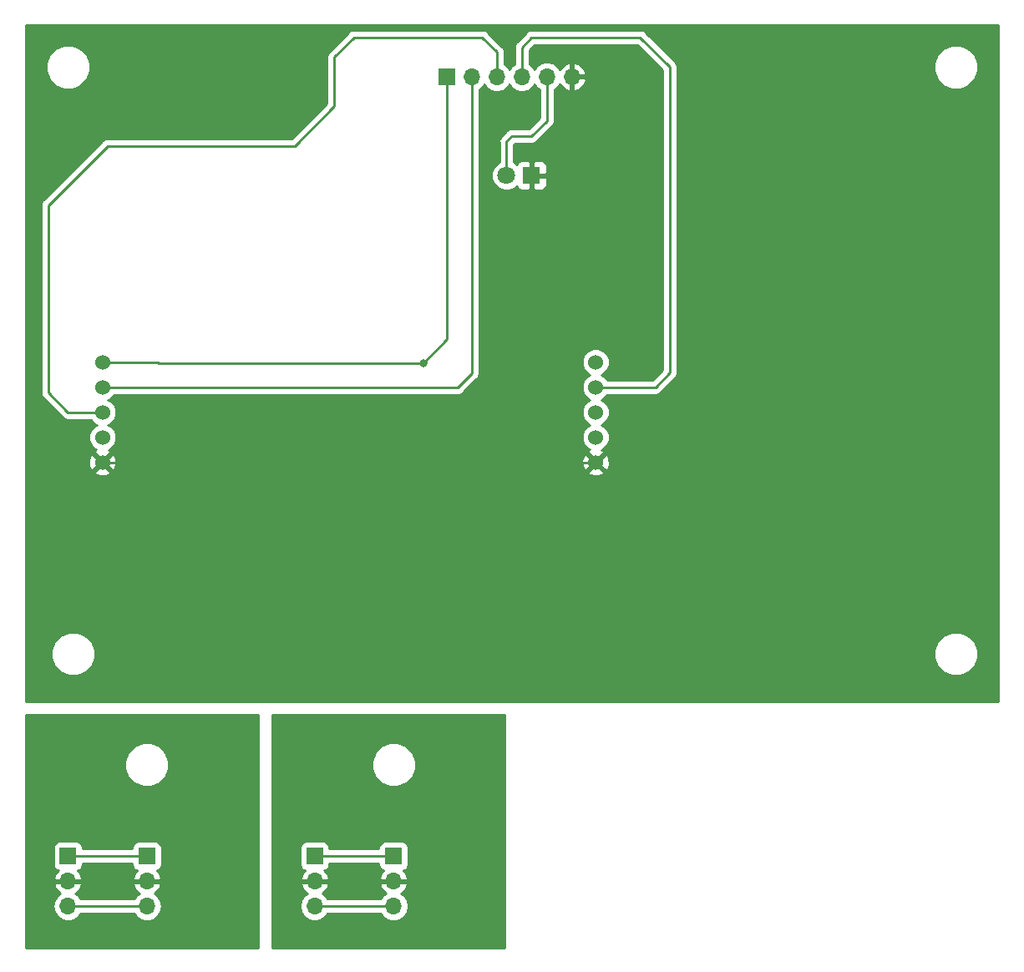
<source format=gbl>
G04 #@! TF.GenerationSoftware,KiCad,Pcbnew,(5.0.2)-1*
G04 #@! TF.CreationDate,2021-07-10T13:52:13-04:00*
G04 #@! TF.ProjectId,breakout,62726561-6b6f-4757-942e-6b696361645f,rev?*
G04 #@! TF.SameCoordinates,Original*
G04 #@! TF.FileFunction,Copper,L2,Bot*
G04 #@! TF.FilePolarity,Positive*
%FSLAX46Y46*%
G04 Gerber Fmt 4.6, Leading zero omitted, Abs format (unit mm)*
G04 Created by KiCad (PCBNEW (5.0.2)-1) date 10-Jul-21 1:52:13 PM*
%MOMM*%
%LPD*%
G01*
G04 APERTURE LIST*
G04 #@! TA.AperFunction,ComponentPad*
%ADD10O,1.700000X1.700000*%
G04 #@! TD*
G04 #@! TA.AperFunction,ComponentPad*
%ADD11R,1.700000X1.700000*%
G04 #@! TD*
G04 #@! TA.AperFunction,ComponentPad*
%ADD12R,1.800000X1.800000*%
G04 #@! TD*
G04 #@! TA.AperFunction,ComponentPad*
%ADD13C,1.800000*%
G04 #@! TD*
G04 #@! TA.AperFunction,ComponentPad*
%ADD14C,1.524000*%
G04 #@! TD*
G04 #@! TA.AperFunction,ViaPad*
%ADD15C,0.800000*%
G04 #@! TD*
G04 #@! TA.AperFunction,Conductor*
%ADD16C,0.250000*%
G04 #@! TD*
G04 #@! TA.AperFunction,Conductor*
%ADD17C,0.254000*%
G04 #@! TD*
G04 #@! TA.AperFunction,NonConductor*
%ADD18C,0.254000*%
G04 #@! TD*
G04 APERTURE END LIST*
D10*
G04 #@! TO.P,J2,3*
G04 #@! TO.N,N/C*
X125000000Y-125080000D03*
G04 #@! TO.P,J2,2*
X125000000Y-122540000D03*
D11*
G04 #@! TO.P,J2,1*
X125000000Y-120000000D03*
G04 #@! TD*
D10*
G04 #@! TO.P,J4,3*
G04 #@! TO.N,N/C*
X133000000Y-125080000D03*
G04 #@! TO.P,J4,2*
X133000000Y-122540000D03*
D11*
G04 #@! TO.P,J4,1*
X133000000Y-120000000D03*
G04 #@! TD*
G04 #@! TO.P,J4,1*
G04 #@! TO.N,Net-(J2-Pad1)*
X108000000Y-120000000D03*
D10*
G04 #@! TO.P,J4,2*
G04 #@! TO.N,Net-(J2-Pad2)*
X108000000Y-122540000D03*
G04 #@! TO.P,J4,3*
G04 #@! TO.N,Net-(J2-Pad3)*
X108000000Y-125080000D03*
G04 #@! TD*
D11*
G04 #@! TO.P,J2,1*
G04 #@! TO.N,Net-(J2-Pad1)*
X100000000Y-120000000D03*
D10*
G04 #@! TO.P,J2,2*
G04 #@! TO.N,Net-(J2-Pad2)*
X100000000Y-122540000D03*
G04 #@! TO.P,J2,3*
G04 #@! TO.N,Net-(J2-Pad3)*
X100000000Y-125080000D03*
G04 #@! TD*
D11*
G04 #@! TO.P,J1,1*
G04 #@! TO.N,Net-(J1-Pad1)*
X138380000Y-41000000D03*
D10*
G04 #@! TO.P,J1,2*
G04 #@! TO.N,Net-(J1-Pad2)*
X140920000Y-41000000D03*
G04 #@! TO.P,J1,3*
G04 #@! TO.N,Net-(J1-Pad3)*
X143460000Y-41000000D03*
G04 #@! TO.P,J1,4*
G04 #@! TO.N,Net-(J1-Pad4)*
X146000000Y-41000000D03*
G04 #@! TO.P,J1,5*
G04 #@! TO.N,Net-(D1-Pad2)*
X148540000Y-41000000D03*
G04 #@! TO.P,J1,6*
G04 #@! TO.N,Net-(D1-Pad1)*
X151080000Y-41000000D03*
G04 #@! TD*
D12*
G04 #@! TO.P,D1,1*
G04 #@! TO.N,Net-(D1-Pad1)*
X147000000Y-51000000D03*
D13*
G04 #@! TO.P,D1,2*
G04 #@! TO.N,Net-(D1-Pad2)*
X144460000Y-51000000D03*
G04 #@! TD*
D14*
G04 #@! TO.P,U2,1*
G04 #@! TO.N,Net-(J1-Pad1)*
X153490000Y-69920000D03*
G04 #@! TO.P,U2,2*
G04 #@! TO.N,Net-(J1-Pad4)*
X153490000Y-72460000D03*
G04 #@! TO.P,U2,3*
G04 #@! TO.N,Net-(U2-Pad3)*
X153490000Y-75000000D03*
G04 #@! TO.P,U2,4*
G04 #@! TO.N,Net-(U2-Pad4)*
X153490000Y-77540000D03*
G04 #@! TO.P,U2,5*
G04 #@! TO.N,Net-(D1-Pad1)*
X153490000Y-80080000D03*
G04 #@! TD*
G04 #@! TO.P,U1,5*
G04 #@! TO.N,Net-(D1-Pad1)*
X103490000Y-80080000D03*
G04 #@! TO.P,U1,4*
G04 #@! TO.N,Net-(U1-Pad4)*
X103490000Y-77540000D03*
G04 #@! TO.P,U1,3*
G04 #@! TO.N,Net-(J1-Pad3)*
X103490000Y-75000000D03*
G04 #@! TO.P,U1,2*
G04 #@! TO.N,Net-(J1-Pad2)*
X103490000Y-72460000D03*
G04 #@! TO.P,U1,1*
G04 #@! TO.N,Net-(J1-Pad1)*
X103490000Y-69920000D03*
G04 #@! TD*
D15*
G04 #@! TO.N,Net-(D1-Pad1)*
X158000000Y-51000000D03*
G04 #@! TO.N,Net-(J1-Pad1)*
X136000000Y-70000000D03*
G04 #@! TD*
D16*
G04 #@! TO.N,*
X125000000Y-120000000D02*
X133000000Y-120000000D01*
X125000000Y-122540000D02*
X133000000Y-122540000D01*
X125000000Y-125080000D02*
X133000000Y-125080000D01*
G04 #@! TO.N,Net-(D1-Pad1)*
X151080000Y-41000000D02*
X151080000Y-48920000D01*
X149000000Y-51000000D02*
X147000000Y-51000000D01*
X151080000Y-48920000D02*
X149000000Y-51000000D01*
X103490000Y-80080000D02*
X153490000Y-80080000D01*
X149000000Y-51000000D02*
X158000000Y-51000000D01*
G04 #@! TO.N,Net-(J1-Pad3)*
X103490000Y-75000000D02*
X100000000Y-75000000D01*
X100000000Y-75000000D02*
X98000000Y-73000000D01*
X143460000Y-38460000D02*
X143460000Y-41000000D01*
X142000000Y-37000000D02*
X143460000Y-38460000D01*
X98000000Y-73000000D02*
X98000000Y-54000000D01*
X98000000Y-54000000D02*
X104000000Y-48000000D01*
X104000000Y-48000000D02*
X123000000Y-48000000D01*
X123000000Y-48000000D02*
X127000000Y-44000000D01*
X127000000Y-44000000D02*
X127000000Y-39000000D01*
X129000000Y-37000000D02*
X142000000Y-37000000D01*
X127000000Y-39000000D02*
X129000000Y-37000000D01*
G04 #@! TO.N,Net-(J1-Pad2)*
X103490000Y-72460000D02*
X139540000Y-72460000D01*
X140920000Y-71080000D02*
X140920000Y-41000000D01*
X139540000Y-72460000D02*
X140920000Y-71080000D01*
G04 #@! TO.N,Net-(J1-Pad1)*
X103490000Y-69920000D02*
X109080000Y-69920000D01*
X109080000Y-69920000D02*
X109160000Y-70000000D01*
X109160000Y-70000000D02*
X136000000Y-70000000D01*
X138380000Y-67620000D02*
X138380000Y-41000000D01*
X136000000Y-70000000D02*
X138380000Y-67620000D01*
G04 #@! TO.N,Net-(J1-Pad4)*
X146000000Y-38000000D02*
X147000000Y-37000000D01*
X159540000Y-72460000D02*
X153490000Y-72460000D01*
X147000000Y-37000000D02*
X158000000Y-37000000D01*
X146000000Y-41000000D02*
X146000000Y-38000000D01*
X158000000Y-37000000D02*
X161000000Y-40000000D01*
X161000000Y-40000000D02*
X161000000Y-71000000D01*
X161000000Y-71000000D02*
X159540000Y-72460000D01*
G04 #@! TO.N,Net-(D1-Pad2)*
X144460000Y-51000000D02*
X144460000Y-47540000D01*
X144460000Y-47540000D02*
X145000000Y-47000000D01*
X145000000Y-47000000D02*
X147000000Y-47000000D01*
X148540000Y-45460000D02*
X148540000Y-41000000D01*
X147000000Y-47000000D02*
X148540000Y-45460000D01*
G04 #@! TO.N,Net-(J2-Pad1)*
X100000000Y-120000000D02*
X108000000Y-120000000D01*
G04 #@! TO.N,Net-(J2-Pad2)*
X100000000Y-122540000D02*
X108000000Y-122540000D01*
G04 #@! TO.N,Net-(J2-Pad3)*
X100000000Y-125080000D02*
X108000000Y-125080000D01*
G04 #@! TD*
D17*
G04 #@! TO.N,Net-(D1-Pad1)*
G36*
X194290000Y-104290000D02*
X95710000Y-104290000D01*
X95710000Y-99055431D01*
X98265000Y-99055431D01*
X98265000Y-99944569D01*
X98605259Y-100766026D01*
X99233974Y-101394741D01*
X100055431Y-101735000D01*
X100944569Y-101735000D01*
X101766026Y-101394741D01*
X102394741Y-100766026D01*
X102735000Y-99944569D01*
X102735000Y-99055431D01*
X187765000Y-99055431D01*
X187765000Y-99944569D01*
X188105259Y-100766026D01*
X188733974Y-101394741D01*
X189555431Y-101735000D01*
X190444569Y-101735000D01*
X191266026Y-101394741D01*
X191894741Y-100766026D01*
X192235000Y-99944569D01*
X192235000Y-99055431D01*
X191894741Y-98233974D01*
X191266026Y-97605259D01*
X190444569Y-97265000D01*
X189555431Y-97265000D01*
X188733974Y-97605259D01*
X188105259Y-98233974D01*
X187765000Y-99055431D01*
X102735000Y-99055431D01*
X102394741Y-98233974D01*
X101766026Y-97605259D01*
X100944569Y-97265000D01*
X100055431Y-97265000D01*
X99233974Y-97605259D01*
X98605259Y-98233974D01*
X98265000Y-99055431D01*
X95710000Y-99055431D01*
X95710000Y-81060213D01*
X102689392Y-81060213D01*
X102758857Y-81302397D01*
X103282302Y-81489144D01*
X103837368Y-81461362D01*
X104221143Y-81302397D01*
X104290608Y-81060213D01*
X152689392Y-81060213D01*
X152758857Y-81302397D01*
X153282302Y-81489144D01*
X153837368Y-81461362D01*
X154221143Y-81302397D01*
X154290608Y-81060213D01*
X153490000Y-80259605D01*
X152689392Y-81060213D01*
X104290608Y-81060213D01*
X103490000Y-80259605D01*
X102689392Y-81060213D01*
X95710000Y-81060213D01*
X95710000Y-79872302D01*
X102080856Y-79872302D01*
X102108638Y-80427368D01*
X102267603Y-80811143D01*
X102509787Y-80880608D01*
X103310395Y-80080000D01*
X103669605Y-80080000D01*
X104470213Y-80880608D01*
X104712397Y-80811143D01*
X104899144Y-80287698D01*
X104878353Y-79872302D01*
X152080856Y-79872302D01*
X152108638Y-80427368D01*
X152267603Y-80811143D01*
X152509787Y-80880608D01*
X153310395Y-80080000D01*
X153669605Y-80080000D01*
X154470213Y-80880608D01*
X154712397Y-80811143D01*
X154899144Y-80287698D01*
X154871362Y-79732632D01*
X154712397Y-79348857D01*
X154470213Y-79279392D01*
X153669605Y-80080000D01*
X153310395Y-80080000D01*
X152509787Y-79279392D01*
X152267603Y-79348857D01*
X152080856Y-79872302D01*
X104878353Y-79872302D01*
X104871362Y-79732632D01*
X104712397Y-79348857D01*
X104470213Y-79279392D01*
X103669605Y-80080000D01*
X103310395Y-80080000D01*
X102509787Y-79279392D01*
X102267603Y-79348857D01*
X102080856Y-79872302D01*
X95710000Y-79872302D01*
X95710000Y-54000000D01*
X97225112Y-54000000D01*
X97240001Y-54074852D01*
X97240000Y-72925153D01*
X97225112Y-73000000D01*
X97240000Y-73074847D01*
X97240000Y-73074851D01*
X97284096Y-73296536D01*
X97452071Y-73547929D01*
X97515530Y-73590331D01*
X99409671Y-75484473D01*
X99452071Y-75547929D01*
X99703463Y-75715904D01*
X99925148Y-75760000D01*
X99925152Y-75760000D01*
X99999999Y-75774888D01*
X100074846Y-75760000D01*
X102292700Y-75760000D01*
X102305680Y-75791337D01*
X102698663Y-76184320D01*
X102905513Y-76270000D01*
X102698663Y-76355680D01*
X102305680Y-76748663D01*
X102093000Y-77262119D01*
X102093000Y-77817881D01*
X102305680Y-78331337D01*
X102698663Y-78724320D01*
X102889647Y-78803428D01*
X102758857Y-78857603D01*
X102689392Y-79099787D01*
X103490000Y-79900395D01*
X104290608Y-79099787D01*
X104221143Y-78857603D01*
X104080607Y-78807465D01*
X104281337Y-78724320D01*
X104674320Y-78331337D01*
X104887000Y-77817881D01*
X104887000Y-77262119D01*
X104674320Y-76748663D01*
X104281337Y-76355680D01*
X104074487Y-76270000D01*
X104281337Y-76184320D01*
X104674320Y-75791337D01*
X104887000Y-75277881D01*
X104887000Y-74722119D01*
X104674320Y-74208663D01*
X104281337Y-73815680D01*
X104074487Y-73730000D01*
X104281337Y-73644320D01*
X104674320Y-73251337D01*
X104687300Y-73220000D01*
X139465153Y-73220000D01*
X139540000Y-73234888D01*
X139614847Y-73220000D01*
X139614852Y-73220000D01*
X139836537Y-73175904D01*
X140087929Y-73007929D01*
X140130331Y-72944470D01*
X141404473Y-71670329D01*
X141467929Y-71627929D01*
X141521383Y-71547929D01*
X141635904Y-71376538D01*
X141655966Y-71275680D01*
X141680000Y-71154852D01*
X141680000Y-71154848D01*
X141694888Y-71080000D01*
X141680000Y-71005152D01*
X141680000Y-42278178D01*
X141990625Y-42070625D01*
X142190000Y-41772239D01*
X142389375Y-42070625D01*
X142880582Y-42398839D01*
X143313744Y-42485000D01*
X143606256Y-42485000D01*
X144039418Y-42398839D01*
X144530625Y-42070625D01*
X144730000Y-41772239D01*
X144929375Y-42070625D01*
X145420582Y-42398839D01*
X145853744Y-42485000D01*
X146146256Y-42485000D01*
X146579418Y-42398839D01*
X147070625Y-42070625D01*
X147270000Y-41772239D01*
X147469375Y-42070625D01*
X147780001Y-42278178D01*
X147780000Y-45145198D01*
X146685199Y-46240000D01*
X145074846Y-46240000D01*
X144999999Y-46225112D01*
X144925152Y-46240000D01*
X144925148Y-46240000D01*
X144703463Y-46284096D01*
X144703461Y-46284097D01*
X144703462Y-46284097D01*
X144515526Y-46409671D01*
X144515524Y-46409673D01*
X144452071Y-46452071D01*
X144409672Y-46515525D01*
X143975527Y-46949672D01*
X143912072Y-46992071D01*
X143869672Y-47055527D01*
X143869671Y-47055528D01*
X143744097Y-47243463D01*
X143685112Y-47540000D01*
X143700001Y-47614852D01*
X143700000Y-49653331D01*
X143590493Y-49698690D01*
X143158690Y-50130493D01*
X142925000Y-50694670D01*
X142925000Y-51305330D01*
X143158690Y-51869507D01*
X143590493Y-52301310D01*
X144154670Y-52535000D01*
X144765330Y-52535000D01*
X145329507Y-52301310D01*
X145505861Y-52124956D01*
X145561673Y-52259699D01*
X145740302Y-52438327D01*
X145973691Y-52535000D01*
X146714250Y-52535000D01*
X146873000Y-52376250D01*
X146873000Y-51127000D01*
X147127000Y-51127000D01*
X147127000Y-52376250D01*
X147285750Y-52535000D01*
X148026309Y-52535000D01*
X148259698Y-52438327D01*
X148438327Y-52259699D01*
X148535000Y-52026310D01*
X148535000Y-51285750D01*
X148376250Y-51127000D01*
X147127000Y-51127000D01*
X146873000Y-51127000D01*
X146853000Y-51127000D01*
X146853000Y-50873000D01*
X146873000Y-50873000D01*
X146873000Y-49623750D01*
X147127000Y-49623750D01*
X147127000Y-50873000D01*
X148376250Y-50873000D01*
X148535000Y-50714250D01*
X148535000Y-49973690D01*
X148438327Y-49740301D01*
X148259698Y-49561673D01*
X148026309Y-49465000D01*
X147285750Y-49465000D01*
X147127000Y-49623750D01*
X146873000Y-49623750D01*
X146714250Y-49465000D01*
X145973691Y-49465000D01*
X145740302Y-49561673D01*
X145561673Y-49740301D01*
X145505861Y-49875044D01*
X145329507Y-49698690D01*
X145220000Y-49653331D01*
X145220000Y-47854802D01*
X145314802Y-47760000D01*
X146925153Y-47760000D01*
X147000000Y-47774888D01*
X147074847Y-47760000D01*
X147074852Y-47760000D01*
X147296537Y-47715904D01*
X147547929Y-47547929D01*
X147590331Y-47484470D01*
X149024473Y-46050329D01*
X149087929Y-46007929D01*
X149255904Y-45756537D01*
X149300000Y-45534852D01*
X149300000Y-45534847D01*
X149314888Y-45460000D01*
X149300000Y-45385153D01*
X149300000Y-42278178D01*
X149610625Y-42070625D01*
X149823843Y-41751522D01*
X149884817Y-41881358D01*
X150313076Y-42271645D01*
X150723110Y-42441476D01*
X150953000Y-42320155D01*
X150953000Y-41127000D01*
X151207000Y-41127000D01*
X151207000Y-42320155D01*
X151436890Y-42441476D01*
X151846924Y-42271645D01*
X152275183Y-41881358D01*
X152521486Y-41356892D01*
X152400819Y-41127000D01*
X151207000Y-41127000D01*
X150953000Y-41127000D01*
X150933000Y-41127000D01*
X150933000Y-40873000D01*
X150953000Y-40873000D01*
X150953000Y-39679845D01*
X151207000Y-39679845D01*
X151207000Y-40873000D01*
X152400819Y-40873000D01*
X152521486Y-40643108D01*
X152275183Y-40118642D01*
X151846924Y-39728355D01*
X151436890Y-39558524D01*
X151207000Y-39679845D01*
X150953000Y-39679845D01*
X150723110Y-39558524D01*
X150313076Y-39728355D01*
X149884817Y-40118642D01*
X149823843Y-40248478D01*
X149610625Y-39929375D01*
X149119418Y-39601161D01*
X148686256Y-39515000D01*
X148393744Y-39515000D01*
X147960582Y-39601161D01*
X147469375Y-39929375D01*
X147270000Y-40227761D01*
X147070625Y-39929375D01*
X146760000Y-39721822D01*
X146760000Y-38314801D01*
X147314802Y-37760000D01*
X157685199Y-37760000D01*
X160240000Y-40314802D01*
X160240001Y-70685197D01*
X159225199Y-71700000D01*
X154687300Y-71700000D01*
X154674320Y-71668663D01*
X154281337Y-71275680D01*
X154074487Y-71190000D01*
X154281337Y-71104320D01*
X154674320Y-70711337D01*
X154887000Y-70197881D01*
X154887000Y-69642119D01*
X154674320Y-69128663D01*
X154281337Y-68735680D01*
X153767881Y-68523000D01*
X153212119Y-68523000D01*
X152698663Y-68735680D01*
X152305680Y-69128663D01*
X152093000Y-69642119D01*
X152093000Y-70197881D01*
X152305680Y-70711337D01*
X152698663Y-71104320D01*
X152905513Y-71190000D01*
X152698663Y-71275680D01*
X152305680Y-71668663D01*
X152093000Y-72182119D01*
X152093000Y-72737881D01*
X152305680Y-73251337D01*
X152698663Y-73644320D01*
X152905513Y-73730000D01*
X152698663Y-73815680D01*
X152305680Y-74208663D01*
X152093000Y-74722119D01*
X152093000Y-75277881D01*
X152305680Y-75791337D01*
X152698663Y-76184320D01*
X152905513Y-76270000D01*
X152698663Y-76355680D01*
X152305680Y-76748663D01*
X152093000Y-77262119D01*
X152093000Y-77817881D01*
X152305680Y-78331337D01*
X152698663Y-78724320D01*
X152889647Y-78803428D01*
X152758857Y-78857603D01*
X152689392Y-79099787D01*
X153490000Y-79900395D01*
X154290608Y-79099787D01*
X154221143Y-78857603D01*
X154080607Y-78807465D01*
X154281337Y-78724320D01*
X154674320Y-78331337D01*
X154887000Y-77817881D01*
X154887000Y-77262119D01*
X154674320Y-76748663D01*
X154281337Y-76355680D01*
X154074487Y-76270000D01*
X154281337Y-76184320D01*
X154674320Y-75791337D01*
X154887000Y-75277881D01*
X154887000Y-74722119D01*
X154674320Y-74208663D01*
X154281337Y-73815680D01*
X154074487Y-73730000D01*
X154281337Y-73644320D01*
X154674320Y-73251337D01*
X154687300Y-73220000D01*
X159465153Y-73220000D01*
X159540000Y-73234888D01*
X159614847Y-73220000D01*
X159614852Y-73220000D01*
X159836537Y-73175904D01*
X160087929Y-73007929D01*
X160130331Y-72944470D01*
X161484473Y-71590329D01*
X161547929Y-71547929D01*
X161662450Y-71376537D01*
X161715904Y-71296538D01*
X161754138Y-71104320D01*
X161760000Y-71074852D01*
X161760000Y-71074848D01*
X161774888Y-71000000D01*
X161760000Y-70925152D01*
X161760000Y-40074848D01*
X161774888Y-40000000D01*
X161760000Y-39925152D01*
X161760000Y-39925148D01*
X161720855Y-39728355D01*
X161715904Y-39703462D01*
X161616993Y-39555431D01*
X187765000Y-39555431D01*
X187765000Y-40444569D01*
X188105259Y-41266026D01*
X188733974Y-41894741D01*
X189555431Y-42235000D01*
X190444569Y-42235000D01*
X191266026Y-41894741D01*
X191894741Y-41266026D01*
X192235000Y-40444569D01*
X192235000Y-39555431D01*
X191894741Y-38733974D01*
X191266026Y-38105259D01*
X190444569Y-37765000D01*
X189555431Y-37765000D01*
X188733974Y-38105259D01*
X188105259Y-38733974D01*
X187765000Y-39555431D01*
X161616993Y-39555431D01*
X161590329Y-39515527D01*
X161547929Y-39452071D01*
X161484473Y-39409671D01*
X158590331Y-36515530D01*
X158547929Y-36452071D01*
X158296537Y-36284096D01*
X158074852Y-36240000D01*
X158074847Y-36240000D01*
X158000000Y-36225112D01*
X157925153Y-36240000D01*
X147074848Y-36240000D01*
X147000000Y-36225112D01*
X146925152Y-36240000D01*
X146925148Y-36240000D01*
X146703463Y-36284096D01*
X146452071Y-36452071D01*
X146409671Y-36515527D01*
X145515528Y-37409671D01*
X145452072Y-37452071D01*
X145409672Y-37515527D01*
X145409671Y-37515528D01*
X145296359Y-37685111D01*
X145284097Y-37703463D01*
X145271857Y-37765000D01*
X145225112Y-38000000D01*
X145240001Y-38074852D01*
X145240000Y-39721822D01*
X144929375Y-39929375D01*
X144730000Y-40227761D01*
X144530625Y-39929375D01*
X144220000Y-39721822D01*
X144220000Y-38534848D01*
X144234888Y-38460000D01*
X144220000Y-38385152D01*
X144220000Y-38385148D01*
X144175904Y-38163463D01*
X144175904Y-38163462D01*
X144050329Y-37975527D01*
X144007929Y-37912071D01*
X143944473Y-37869671D01*
X142590331Y-36515530D01*
X142547929Y-36452071D01*
X142296537Y-36284096D01*
X142074852Y-36240000D01*
X142074847Y-36240000D01*
X142000000Y-36225112D01*
X141925153Y-36240000D01*
X129074846Y-36240000D01*
X128999999Y-36225112D01*
X128925152Y-36240000D01*
X128925148Y-36240000D01*
X128703463Y-36284096D01*
X128452071Y-36452071D01*
X128409671Y-36515527D01*
X126515528Y-38409671D01*
X126452072Y-38452071D01*
X126409672Y-38515527D01*
X126409671Y-38515528D01*
X126284097Y-38703463D01*
X126225112Y-39000000D01*
X126240001Y-39074852D01*
X126240000Y-43685198D01*
X122685199Y-47240000D01*
X104074846Y-47240000D01*
X103999999Y-47225112D01*
X103925152Y-47240000D01*
X103925148Y-47240000D01*
X103703463Y-47284096D01*
X103640902Y-47325898D01*
X103515526Y-47409671D01*
X103515524Y-47409673D01*
X103452071Y-47452071D01*
X103409673Y-47515524D01*
X97515528Y-53409671D01*
X97452072Y-53452071D01*
X97409672Y-53515527D01*
X97409671Y-53515528D01*
X97284097Y-53703463D01*
X97225112Y-54000000D01*
X95710000Y-54000000D01*
X95710000Y-39555431D01*
X97765000Y-39555431D01*
X97765000Y-40444569D01*
X98105259Y-41266026D01*
X98733974Y-41894741D01*
X99555431Y-42235000D01*
X100444569Y-42235000D01*
X101266026Y-41894741D01*
X101894741Y-41266026D01*
X102235000Y-40444569D01*
X102235000Y-39555431D01*
X101894741Y-38733974D01*
X101266026Y-38105259D01*
X100444569Y-37765000D01*
X99555431Y-37765000D01*
X98733974Y-38105259D01*
X98105259Y-38733974D01*
X97765000Y-39555431D01*
X95710000Y-39555431D01*
X95710000Y-35710000D01*
X194290001Y-35710000D01*
X194290000Y-104290000D01*
X194290000Y-104290000D01*
G37*
X194290000Y-104290000D02*
X95710000Y-104290000D01*
X95710000Y-99055431D01*
X98265000Y-99055431D01*
X98265000Y-99944569D01*
X98605259Y-100766026D01*
X99233974Y-101394741D01*
X100055431Y-101735000D01*
X100944569Y-101735000D01*
X101766026Y-101394741D01*
X102394741Y-100766026D01*
X102735000Y-99944569D01*
X102735000Y-99055431D01*
X187765000Y-99055431D01*
X187765000Y-99944569D01*
X188105259Y-100766026D01*
X188733974Y-101394741D01*
X189555431Y-101735000D01*
X190444569Y-101735000D01*
X191266026Y-101394741D01*
X191894741Y-100766026D01*
X192235000Y-99944569D01*
X192235000Y-99055431D01*
X191894741Y-98233974D01*
X191266026Y-97605259D01*
X190444569Y-97265000D01*
X189555431Y-97265000D01*
X188733974Y-97605259D01*
X188105259Y-98233974D01*
X187765000Y-99055431D01*
X102735000Y-99055431D01*
X102394741Y-98233974D01*
X101766026Y-97605259D01*
X100944569Y-97265000D01*
X100055431Y-97265000D01*
X99233974Y-97605259D01*
X98605259Y-98233974D01*
X98265000Y-99055431D01*
X95710000Y-99055431D01*
X95710000Y-81060213D01*
X102689392Y-81060213D01*
X102758857Y-81302397D01*
X103282302Y-81489144D01*
X103837368Y-81461362D01*
X104221143Y-81302397D01*
X104290608Y-81060213D01*
X152689392Y-81060213D01*
X152758857Y-81302397D01*
X153282302Y-81489144D01*
X153837368Y-81461362D01*
X154221143Y-81302397D01*
X154290608Y-81060213D01*
X153490000Y-80259605D01*
X152689392Y-81060213D01*
X104290608Y-81060213D01*
X103490000Y-80259605D01*
X102689392Y-81060213D01*
X95710000Y-81060213D01*
X95710000Y-79872302D01*
X102080856Y-79872302D01*
X102108638Y-80427368D01*
X102267603Y-80811143D01*
X102509787Y-80880608D01*
X103310395Y-80080000D01*
X103669605Y-80080000D01*
X104470213Y-80880608D01*
X104712397Y-80811143D01*
X104899144Y-80287698D01*
X104878353Y-79872302D01*
X152080856Y-79872302D01*
X152108638Y-80427368D01*
X152267603Y-80811143D01*
X152509787Y-80880608D01*
X153310395Y-80080000D01*
X153669605Y-80080000D01*
X154470213Y-80880608D01*
X154712397Y-80811143D01*
X154899144Y-80287698D01*
X154871362Y-79732632D01*
X154712397Y-79348857D01*
X154470213Y-79279392D01*
X153669605Y-80080000D01*
X153310395Y-80080000D01*
X152509787Y-79279392D01*
X152267603Y-79348857D01*
X152080856Y-79872302D01*
X104878353Y-79872302D01*
X104871362Y-79732632D01*
X104712397Y-79348857D01*
X104470213Y-79279392D01*
X103669605Y-80080000D01*
X103310395Y-80080000D01*
X102509787Y-79279392D01*
X102267603Y-79348857D01*
X102080856Y-79872302D01*
X95710000Y-79872302D01*
X95710000Y-54000000D01*
X97225112Y-54000000D01*
X97240001Y-54074852D01*
X97240000Y-72925153D01*
X97225112Y-73000000D01*
X97240000Y-73074847D01*
X97240000Y-73074851D01*
X97284096Y-73296536D01*
X97452071Y-73547929D01*
X97515530Y-73590331D01*
X99409671Y-75484473D01*
X99452071Y-75547929D01*
X99703463Y-75715904D01*
X99925148Y-75760000D01*
X99925152Y-75760000D01*
X99999999Y-75774888D01*
X100074846Y-75760000D01*
X102292700Y-75760000D01*
X102305680Y-75791337D01*
X102698663Y-76184320D01*
X102905513Y-76270000D01*
X102698663Y-76355680D01*
X102305680Y-76748663D01*
X102093000Y-77262119D01*
X102093000Y-77817881D01*
X102305680Y-78331337D01*
X102698663Y-78724320D01*
X102889647Y-78803428D01*
X102758857Y-78857603D01*
X102689392Y-79099787D01*
X103490000Y-79900395D01*
X104290608Y-79099787D01*
X104221143Y-78857603D01*
X104080607Y-78807465D01*
X104281337Y-78724320D01*
X104674320Y-78331337D01*
X104887000Y-77817881D01*
X104887000Y-77262119D01*
X104674320Y-76748663D01*
X104281337Y-76355680D01*
X104074487Y-76270000D01*
X104281337Y-76184320D01*
X104674320Y-75791337D01*
X104887000Y-75277881D01*
X104887000Y-74722119D01*
X104674320Y-74208663D01*
X104281337Y-73815680D01*
X104074487Y-73730000D01*
X104281337Y-73644320D01*
X104674320Y-73251337D01*
X104687300Y-73220000D01*
X139465153Y-73220000D01*
X139540000Y-73234888D01*
X139614847Y-73220000D01*
X139614852Y-73220000D01*
X139836537Y-73175904D01*
X140087929Y-73007929D01*
X140130331Y-72944470D01*
X141404473Y-71670329D01*
X141467929Y-71627929D01*
X141521383Y-71547929D01*
X141635904Y-71376538D01*
X141655966Y-71275680D01*
X141680000Y-71154852D01*
X141680000Y-71154848D01*
X141694888Y-71080000D01*
X141680000Y-71005152D01*
X141680000Y-42278178D01*
X141990625Y-42070625D01*
X142190000Y-41772239D01*
X142389375Y-42070625D01*
X142880582Y-42398839D01*
X143313744Y-42485000D01*
X143606256Y-42485000D01*
X144039418Y-42398839D01*
X144530625Y-42070625D01*
X144730000Y-41772239D01*
X144929375Y-42070625D01*
X145420582Y-42398839D01*
X145853744Y-42485000D01*
X146146256Y-42485000D01*
X146579418Y-42398839D01*
X147070625Y-42070625D01*
X147270000Y-41772239D01*
X147469375Y-42070625D01*
X147780001Y-42278178D01*
X147780000Y-45145198D01*
X146685199Y-46240000D01*
X145074846Y-46240000D01*
X144999999Y-46225112D01*
X144925152Y-46240000D01*
X144925148Y-46240000D01*
X144703463Y-46284096D01*
X144703461Y-46284097D01*
X144703462Y-46284097D01*
X144515526Y-46409671D01*
X144515524Y-46409673D01*
X144452071Y-46452071D01*
X144409672Y-46515525D01*
X143975527Y-46949672D01*
X143912072Y-46992071D01*
X143869672Y-47055527D01*
X143869671Y-47055528D01*
X143744097Y-47243463D01*
X143685112Y-47540000D01*
X143700001Y-47614852D01*
X143700000Y-49653331D01*
X143590493Y-49698690D01*
X143158690Y-50130493D01*
X142925000Y-50694670D01*
X142925000Y-51305330D01*
X143158690Y-51869507D01*
X143590493Y-52301310D01*
X144154670Y-52535000D01*
X144765330Y-52535000D01*
X145329507Y-52301310D01*
X145505861Y-52124956D01*
X145561673Y-52259699D01*
X145740302Y-52438327D01*
X145973691Y-52535000D01*
X146714250Y-52535000D01*
X146873000Y-52376250D01*
X146873000Y-51127000D01*
X147127000Y-51127000D01*
X147127000Y-52376250D01*
X147285750Y-52535000D01*
X148026309Y-52535000D01*
X148259698Y-52438327D01*
X148438327Y-52259699D01*
X148535000Y-52026310D01*
X148535000Y-51285750D01*
X148376250Y-51127000D01*
X147127000Y-51127000D01*
X146873000Y-51127000D01*
X146853000Y-51127000D01*
X146853000Y-50873000D01*
X146873000Y-50873000D01*
X146873000Y-49623750D01*
X147127000Y-49623750D01*
X147127000Y-50873000D01*
X148376250Y-50873000D01*
X148535000Y-50714250D01*
X148535000Y-49973690D01*
X148438327Y-49740301D01*
X148259698Y-49561673D01*
X148026309Y-49465000D01*
X147285750Y-49465000D01*
X147127000Y-49623750D01*
X146873000Y-49623750D01*
X146714250Y-49465000D01*
X145973691Y-49465000D01*
X145740302Y-49561673D01*
X145561673Y-49740301D01*
X145505861Y-49875044D01*
X145329507Y-49698690D01*
X145220000Y-49653331D01*
X145220000Y-47854802D01*
X145314802Y-47760000D01*
X146925153Y-47760000D01*
X147000000Y-47774888D01*
X147074847Y-47760000D01*
X147074852Y-47760000D01*
X147296537Y-47715904D01*
X147547929Y-47547929D01*
X147590331Y-47484470D01*
X149024473Y-46050329D01*
X149087929Y-46007929D01*
X149255904Y-45756537D01*
X149300000Y-45534852D01*
X149300000Y-45534847D01*
X149314888Y-45460000D01*
X149300000Y-45385153D01*
X149300000Y-42278178D01*
X149610625Y-42070625D01*
X149823843Y-41751522D01*
X149884817Y-41881358D01*
X150313076Y-42271645D01*
X150723110Y-42441476D01*
X150953000Y-42320155D01*
X150953000Y-41127000D01*
X151207000Y-41127000D01*
X151207000Y-42320155D01*
X151436890Y-42441476D01*
X151846924Y-42271645D01*
X152275183Y-41881358D01*
X152521486Y-41356892D01*
X152400819Y-41127000D01*
X151207000Y-41127000D01*
X150953000Y-41127000D01*
X150933000Y-41127000D01*
X150933000Y-40873000D01*
X150953000Y-40873000D01*
X150953000Y-39679845D01*
X151207000Y-39679845D01*
X151207000Y-40873000D01*
X152400819Y-40873000D01*
X152521486Y-40643108D01*
X152275183Y-40118642D01*
X151846924Y-39728355D01*
X151436890Y-39558524D01*
X151207000Y-39679845D01*
X150953000Y-39679845D01*
X150723110Y-39558524D01*
X150313076Y-39728355D01*
X149884817Y-40118642D01*
X149823843Y-40248478D01*
X149610625Y-39929375D01*
X149119418Y-39601161D01*
X148686256Y-39515000D01*
X148393744Y-39515000D01*
X147960582Y-39601161D01*
X147469375Y-39929375D01*
X147270000Y-40227761D01*
X147070625Y-39929375D01*
X146760000Y-39721822D01*
X146760000Y-38314801D01*
X147314802Y-37760000D01*
X157685199Y-37760000D01*
X160240000Y-40314802D01*
X160240001Y-70685197D01*
X159225199Y-71700000D01*
X154687300Y-71700000D01*
X154674320Y-71668663D01*
X154281337Y-71275680D01*
X154074487Y-71190000D01*
X154281337Y-71104320D01*
X154674320Y-70711337D01*
X154887000Y-70197881D01*
X154887000Y-69642119D01*
X154674320Y-69128663D01*
X154281337Y-68735680D01*
X153767881Y-68523000D01*
X153212119Y-68523000D01*
X152698663Y-68735680D01*
X152305680Y-69128663D01*
X152093000Y-69642119D01*
X152093000Y-70197881D01*
X152305680Y-70711337D01*
X152698663Y-71104320D01*
X152905513Y-71190000D01*
X152698663Y-71275680D01*
X152305680Y-71668663D01*
X152093000Y-72182119D01*
X152093000Y-72737881D01*
X152305680Y-73251337D01*
X152698663Y-73644320D01*
X152905513Y-73730000D01*
X152698663Y-73815680D01*
X152305680Y-74208663D01*
X152093000Y-74722119D01*
X152093000Y-75277881D01*
X152305680Y-75791337D01*
X152698663Y-76184320D01*
X152905513Y-76270000D01*
X152698663Y-76355680D01*
X152305680Y-76748663D01*
X152093000Y-77262119D01*
X152093000Y-77817881D01*
X152305680Y-78331337D01*
X152698663Y-78724320D01*
X152889647Y-78803428D01*
X152758857Y-78857603D01*
X152689392Y-79099787D01*
X153490000Y-79900395D01*
X154290608Y-79099787D01*
X154221143Y-78857603D01*
X154080607Y-78807465D01*
X154281337Y-78724320D01*
X154674320Y-78331337D01*
X154887000Y-77817881D01*
X154887000Y-77262119D01*
X154674320Y-76748663D01*
X154281337Y-76355680D01*
X154074487Y-76270000D01*
X154281337Y-76184320D01*
X154674320Y-75791337D01*
X154887000Y-75277881D01*
X154887000Y-74722119D01*
X154674320Y-74208663D01*
X154281337Y-73815680D01*
X154074487Y-73730000D01*
X154281337Y-73644320D01*
X154674320Y-73251337D01*
X154687300Y-73220000D01*
X159465153Y-73220000D01*
X159540000Y-73234888D01*
X159614847Y-73220000D01*
X159614852Y-73220000D01*
X159836537Y-73175904D01*
X160087929Y-73007929D01*
X160130331Y-72944470D01*
X161484473Y-71590329D01*
X161547929Y-71547929D01*
X161662450Y-71376537D01*
X161715904Y-71296538D01*
X161754138Y-71104320D01*
X161760000Y-71074852D01*
X161760000Y-71074848D01*
X161774888Y-71000000D01*
X161760000Y-70925152D01*
X161760000Y-40074848D01*
X161774888Y-40000000D01*
X161760000Y-39925152D01*
X161760000Y-39925148D01*
X161720855Y-39728355D01*
X161715904Y-39703462D01*
X161616993Y-39555431D01*
X187765000Y-39555431D01*
X187765000Y-40444569D01*
X188105259Y-41266026D01*
X188733974Y-41894741D01*
X189555431Y-42235000D01*
X190444569Y-42235000D01*
X191266026Y-41894741D01*
X191894741Y-41266026D01*
X192235000Y-40444569D01*
X192235000Y-39555431D01*
X191894741Y-38733974D01*
X191266026Y-38105259D01*
X190444569Y-37765000D01*
X189555431Y-37765000D01*
X188733974Y-38105259D01*
X188105259Y-38733974D01*
X187765000Y-39555431D01*
X161616993Y-39555431D01*
X161590329Y-39515527D01*
X161547929Y-39452071D01*
X161484473Y-39409671D01*
X158590331Y-36515530D01*
X158547929Y-36452071D01*
X158296537Y-36284096D01*
X158074852Y-36240000D01*
X158074847Y-36240000D01*
X158000000Y-36225112D01*
X157925153Y-36240000D01*
X147074848Y-36240000D01*
X147000000Y-36225112D01*
X146925152Y-36240000D01*
X146925148Y-36240000D01*
X146703463Y-36284096D01*
X146452071Y-36452071D01*
X146409671Y-36515527D01*
X145515528Y-37409671D01*
X145452072Y-37452071D01*
X145409672Y-37515527D01*
X145409671Y-37515528D01*
X145296359Y-37685111D01*
X145284097Y-37703463D01*
X145271857Y-37765000D01*
X145225112Y-38000000D01*
X145240001Y-38074852D01*
X145240000Y-39721822D01*
X144929375Y-39929375D01*
X144730000Y-40227761D01*
X144530625Y-39929375D01*
X144220000Y-39721822D01*
X144220000Y-38534848D01*
X144234888Y-38460000D01*
X144220000Y-38385152D01*
X144220000Y-38385148D01*
X144175904Y-38163463D01*
X144175904Y-38163462D01*
X144050329Y-37975527D01*
X144007929Y-37912071D01*
X143944473Y-37869671D01*
X142590331Y-36515530D01*
X142547929Y-36452071D01*
X142296537Y-36284096D01*
X142074852Y-36240000D01*
X142074847Y-36240000D01*
X142000000Y-36225112D01*
X141925153Y-36240000D01*
X129074846Y-36240000D01*
X128999999Y-36225112D01*
X128925152Y-36240000D01*
X128925148Y-36240000D01*
X128703463Y-36284096D01*
X128452071Y-36452071D01*
X128409671Y-36515527D01*
X126515528Y-38409671D01*
X126452072Y-38452071D01*
X126409672Y-38515527D01*
X126409671Y-38515528D01*
X126284097Y-38703463D01*
X126225112Y-39000000D01*
X126240001Y-39074852D01*
X126240000Y-43685198D01*
X122685199Y-47240000D01*
X104074846Y-47240000D01*
X103999999Y-47225112D01*
X103925152Y-47240000D01*
X103925148Y-47240000D01*
X103703463Y-47284096D01*
X103640902Y-47325898D01*
X103515526Y-47409671D01*
X103515524Y-47409673D01*
X103452071Y-47452071D01*
X103409673Y-47515524D01*
X97515528Y-53409671D01*
X97452072Y-53452071D01*
X97409672Y-53515527D01*
X97409671Y-53515528D01*
X97284097Y-53703463D01*
X97225112Y-54000000D01*
X95710000Y-54000000D01*
X95710000Y-39555431D01*
X97765000Y-39555431D01*
X97765000Y-40444569D01*
X98105259Y-41266026D01*
X98733974Y-41894741D01*
X99555431Y-42235000D01*
X100444569Y-42235000D01*
X101266026Y-41894741D01*
X101894741Y-41266026D01*
X102235000Y-40444569D01*
X102235000Y-39555431D01*
X101894741Y-38733974D01*
X101266026Y-38105259D01*
X100444569Y-37765000D01*
X99555431Y-37765000D01*
X98733974Y-38105259D01*
X98105259Y-38733974D01*
X97765000Y-39555431D01*
X95710000Y-39555431D01*
X95710000Y-35710000D01*
X194290001Y-35710000D01*
X194290000Y-104290000D01*
G04 #@! TO.N,Net-(J2-Pad2)*
G36*
X119290001Y-129290000D02*
X95710000Y-129290000D01*
X95710000Y-125080000D01*
X98485908Y-125080000D01*
X98601161Y-125659418D01*
X98929375Y-126150625D01*
X99420582Y-126478839D01*
X99853744Y-126565000D01*
X100146256Y-126565000D01*
X100579418Y-126478839D01*
X101070625Y-126150625D01*
X101278178Y-125840000D01*
X106721822Y-125840000D01*
X106929375Y-126150625D01*
X107420582Y-126478839D01*
X107853744Y-126565000D01*
X108146256Y-126565000D01*
X108579418Y-126478839D01*
X109070625Y-126150625D01*
X109398839Y-125659418D01*
X109514092Y-125080000D01*
X109398839Y-124500582D01*
X109070625Y-124009375D01*
X108751522Y-123796157D01*
X108881358Y-123735183D01*
X109271645Y-123306924D01*
X109441476Y-122896890D01*
X109320155Y-122667000D01*
X108127000Y-122667000D01*
X108127000Y-122687000D01*
X107873000Y-122687000D01*
X107873000Y-122667000D01*
X106679845Y-122667000D01*
X106558524Y-122896890D01*
X106728355Y-123306924D01*
X107118642Y-123735183D01*
X107248478Y-123796157D01*
X106929375Y-124009375D01*
X106721822Y-124320000D01*
X101278178Y-124320000D01*
X101070625Y-124009375D01*
X100751522Y-123796157D01*
X100881358Y-123735183D01*
X101271645Y-123306924D01*
X101441476Y-122896890D01*
X101320155Y-122667000D01*
X100127000Y-122667000D01*
X100127000Y-122687000D01*
X99873000Y-122687000D01*
X99873000Y-122667000D01*
X98679845Y-122667000D01*
X98558524Y-122896890D01*
X98728355Y-123306924D01*
X99118642Y-123735183D01*
X99248478Y-123796157D01*
X98929375Y-124009375D01*
X98601161Y-124500582D01*
X98485908Y-125080000D01*
X95710000Y-125080000D01*
X95710000Y-119150000D01*
X98502560Y-119150000D01*
X98502560Y-120850000D01*
X98551843Y-121097765D01*
X98692191Y-121307809D01*
X98902235Y-121448157D01*
X99005708Y-121468739D01*
X98728355Y-121773076D01*
X98558524Y-122183110D01*
X98679845Y-122413000D01*
X99873000Y-122413000D01*
X99873000Y-122393000D01*
X100127000Y-122393000D01*
X100127000Y-122413000D01*
X101320155Y-122413000D01*
X101441476Y-122183110D01*
X101271645Y-121773076D01*
X100994292Y-121468739D01*
X101097765Y-121448157D01*
X101307809Y-121307809D01*
X101448157Y-121097765D01*
X101497440Y-120850000D01*
X101497440Y-120760000D01*
X106502560Y-120760000D01*
X106502560Y-120850000D01*
X106551843Y-121097765D01*
X106692191Y-121307809D01*
X106902235Y-121448157D01*
X107005708Y-121468739D01*
X106728355Y-121773076D01*
X106558524Y-122183110D01*
X106679845Y-122413000D01*
X107873000Y-122413000D01*
X107873000Y-122393000D01*
X108127000Y-122393000D01*
X108127000Y-122413000D01*
X109320155Y-122413000D01*
X109441476Y-122183110D01*
X109271645Y-121773076D01*
X108994292Y-121468739D01*
X109097765Y-121448157D01*
X109307809Y-121307809D01*
X109448157Y-121097765D01*
X109497440Y-120850000D01*
X109497440Y-119150000D01*
X109448157Y-118902235D01*
X109307809Y-118692191D01*
X109097765Y-118551843D01*
X108850000Y-118502560D01*
X107150000Y-118502560D01*
X106902235Y-118551843D01*
X106692191Y-118692191D01*
X106551843Y-118902235D01*
X106502560Y-119150000D01*
X106502560Y-119240000D01*
X101497440Y-119240000D01*
X101497440Y-119150000D01*
X101448157Y-118902235D01*
X101307809Y-118692191D01*
X101097765Y-118551843D01*
X100850000Y-118502560D01*
X99150000Y-118502560D01*
X98902235Y-118551843D01*
X98692191Y-118692191D01*
X98551843Y-118902235D01*
X98502560Y-119150000D01*
X95710000Y-119150000D01*
X95710000Y-110305431D01*
X105765000Y-110305431D01*
X105765000Y-111194569D01*
X106105259Y-112016026D01*
X106733974Y-112644741D01*
X107555431Y-112985000D01*
X108444569Y-112985000D01*
X109266026Y-112644741D01*
X109894741Y-112016026D01*
X110235000Y-111194569D01*
X110235000Y-110305431D01*
X109894741Y-109483974D01*
X109266026Y-108855259D01*
X108444569Y-108515000D01*
X107555431Y-108515000D01*
X106733974Y-108855259D01*
X106105259Y-109483974D01*
X105765000Y-110305431D01*
X95710000Y-110305431D01*
X95710000Y-105710000D01*
X119290000Y-105710000D01*
X119290001Y-129290000D01*
X119290001Y-129290000D01*
G37*
X119290001Y-129290000D02*
X95710000Y-129290000D01*
X95710000Y-125080000D01*
X98485908Y-125080000D01*
X98601161Y-125659418D01*
X98929375Y-126150625D01*
X99420582Y-126478839D01*
X99853744Y-126565000D01*
X100146256Y-126565000D01*
X100579418Y-126478839D01*
X101070625Y-126150625D01*
X101278178Y-125840000D01*
X106721822Y-125840000D01*
X106929375Y-126150625D01*
X107420582Y-126478839D01*
X107853744Y-126565000D01*
X108146256Y-126565000D01*
X108579418Y-126478839D01*
X109070625Y-126150625D01*
X109398839Y-125659418D01*
X109514092Y-125080000D01*
X109398839Y-124500582D01*
X109070625Y-124009375D01*
X108751522Y-123796157D01*
X108881358Y-123735183D01*
X109271645Y-123306924D01*
X109441476Y-122896890D01*
X109320155Y-122667000D01*
X108127000Y-122667000D01*
X108127000Y-122687000D01*
X107873000Y-122687000D01*
X107873000Y-122667000D01*
X106679845Y-122667000D01*
X106558524Y-122896890D01*
X106728355Y-123306924D01*
X107118642Y-123735183D01*
X107248478Y-123796157D01*
X106929375Y-124009375D01*
X106721822Y-124320000D01*
X101278178Y-124320000D01*
X101070625Y-124009375D01*
X100751522Y-123796157D01*
X100881358Y-123735183D01*
X101271645Y-123306924D01*
X101441476Y-122896890D01*
X101320155Y-122667000D01*
X100127000Y-122667000D01*
X100127000Y-122687000D01*
X99873000Y-122687000D01*
X99873000Y-122667000D01*
X98679845Y-122667000D01*
X98558524Y-122896890D01*
X98728355Y-123306924D01*
X99118642Y-123735183D01*
X99248478Y-123796157D01*
X98929375Y-124009375D01*
X98601161Y-124500582D01*
X98485908Y-125080000D01*
X95710000Y-125080000D01*
X95710000Y-119150000D01*
X98502560Y-119150000D01*
X98502560Y-120850000D01*
X98551843Y-121097765D01*
X98692191Y-121307809D01*
X98902235Y-121448157D01*
X99005708Y-121468739D01*
X98728355Y-121773076D01*
X98558524Y-122183110D01*
X98679845Y-122413000D01*
X99873000Y-122413000D01*
X99873000Y-122393000D01*
X100127000Y-122393000D01*
X100127000Y-122413000D01*
X101320155Y-122413000D01*
X101441476Y-122183110D01*
X101271645Y-121773076D01*
X100994292Y-121468739D01*
X101097765Y-121448157D01*
X101307809Y-121307809D01*
X101448157Y-121097765D01*
X101497440Y-120850000D01*
X101497440Y-120760000D01*
X106502560Y-120760000D01*
X106502560Y-120850000D01*
X106551843Y-121097765D01*
X106692191Y-121307809D01*
X106902235Y-121448157D01*
X107005708Y-121468739D01*
X106728355Y-121773076D01*
X106558524Y-122183110D01*
X106679845Y-122413000D01*
X107873000Y-122413000D01*
X107873000Y-122393000D01*
X108127000Y-122393000D01*
X108127000Y-122413000D01*
X109320155Y-122413000D01*
X109441476Y-122183110D01*
X109271645Y-121773076D01*
X108994292Y-121468739D01*
X109097765Y-121448157D01*
X109307809Y-121307809D01*
X109448157Y-121097765D01*
X109497440Y-120850000D01*
X109497440Y-119150000D01*
X109448157Y-118902235D01*
X109307809Y-118692191D01*
X109097765Y-118551843D01*
X108850000Y-118502560D01*
X107150000Y-118502560D01*
X106902235Y-118551843D01*
X106692191Y-118692191D01*
X106551843Y-118902235D01*
X106502560Y-119150000D01*
X106502560Y-119240000D01*
X101497440Y-119240000D01*
X101497440Y-119150000D01*
X101448157Y-118902235D01*
X101307809Y-118692191D01*
X101097765Y-118551843D01*
X100850000Y-118502560D01*
X99150000Y-118502560D01*
X98902235Y-118551843D01*
X98692191Y-118692191D01*
X98551843Y-118902235D01*
X98502560Y-119150000D01*
X95710000Y-119150000D01*
X95710000Y-110305431D01*
X105765000Y-110305431D01*
X105765000Y-111194569D01*
X106105259Y-112016026D01*
X106733974Y-112644741D01*
X107555431Y-112985000D01*
X108444569Y-112985000D01*
X109266026Y-112644741D01*
X109894741Y-112016026D01*
X110235000Y-111194569D01*
X110235000Y-110305431D01*
X109894741Y-109483974D01*
X109266026Y-108855259D01*
X108444569Y-108515000D01*
X107555431Y-108515000D01*
X106733974Y-108855259D01*
X106105259Y-109483974D01*
X105765000Y-110305431D01*
X95710000Y-110305431D01*
X95710000Y-105710000D01*
X119290000Y-105710000D01*
X119290001Y-129290000D01*
D18*
G36*
X144290001Y-129290000D02*
X120710000Y-129290000D01*
X120710000Y-125080000D01*
X123485908Y-125080000D01*
X123601161Y-125659418D01*
X123929375Y-126150625D01*
X124420582Y-126478839D01*
X124853744Y-126565000D01*
X125146256Y-126565000D01*
X125579418Y-126478839D01*
X126070625Y-126150625D01*
X126278178Y-125840000D01*
X131721822Y-125840000D01*
X131929375Y-126150625D01*
X132420582Y-126478839D01*
X132853744Y-126565000D01*
X133146256Y-126565000D01*
X133579418Y-126478839D01*
X134070625Y-126150625D01*
X134398839Y-125659418D01*
X134514092Y-125080000D01*
X134398839Y-124500582D01*
X134070625Y-124009375D01*
X133751522Y-123796157D01*
X133881358Y-123735183D01*
X134271645Y-123306924D01*
X134441476Y-122896890D01*
X134320155Y-122667000D01*
X133127000Y-122667000D01*
X133127000Y-122687000D01*
X132873000Y-122687000D01*
X132873000Y-122667000D01*
X131679845Y-122667000D01*
X131558524Y-122896890D01*
X131728355Y-123306924D01*
X132118642Y-123735183D01*
X132248478Y-123796157D01*
X131929375Y-124009375D01*
X131721822Y-124320000D01*
X126278178Y-124320000D01*
X126070625Y-124009375D01*
X125751522Y-123796157D01*
X125881358Y-123735183D01*
X126271645Y-123306924D01*
X126441476Y-122896890D01*
X126320155Y-122667000D01*
X125127000Y-122667000D01*
X125127000Y-122687000D01*
X124873000Y-122687000D01*
X124873000Y-122667000D01*
X123679845Y-122667000D01*
X123558524Y-122896890D01*
X123728355Y-123306924D01*
X124118642Y-123735183D01*
X124248478Y-123796157D01*
X123929375Y-124009375D01*
X123601161Y-124500582D01*
X123485908Y-125080000D01*
X120710000Y-125080000D01*
X120710000Y-119150000D01*
X123502560Y-119150000D01*
X123502560Y-120850000D01*
X123551843Y-121097765D01*
X123692191Y-121307809D01*
X123902235Y-121448157D01*
X124005708Y-121468739D01*
X123728355Y-121773076D01*
X123558524Y-122183110D01*
X123679845Y-122413000D01*
X124873000Y-122413000D01*
X124873000Y-122393000D01*
X125127000Y-122393000D01*
X125127000Y-122413000D01*
X126320155Y-122413000D01*
X126441476Y-122183110D01*
X126271645Y-121773076D01*
X125994292Y-121468739D01*
X126097765Y-121448157D01*
X126307809Y-121307809D01*
X126448157Y-121097765D01*
X126497440Y-120850000D01*
X126497440Y-120760000D01*
X131502560Y-120760000D01*
X131502560Y-120850000D01*
X131551843Y-121097765D01*
X131692191Y-121307809D01*
X131902235Y-121448157D01*
X132005708Y-121468739D01*
X131728355Y-121773076D01*
X131558524Y-122183110D01*
X131679845Y-122413000D01*
X132873000Y-122413000D01*
X132873000Y-122393000D01*
X133127000Y-122393000D01*
X133127000Y-122413000D01*
X134320155Y-122413000D01*
X134441476Y-122183110D01*
X134271645Y-121773076D01*
X133994292Y-121468739D01*
X134097765Y-121448157D01*
X134307809Y-121307809D01*
X134448157Y-121097765D01*
X134497440Y-120850000D01*
X134497440Y-119150000D01*
X134448157Y-118902235D01*
X134307809Y-118692191D01*
X134097765Y-118551843D01*
X133850000Y-118502560D01*
X132150000Y-118502560D01*
X131902235Y-118551843D01*
X131692191Y-118692191D01*
X131551843Y-118902235D01*
X131502560Y-119150000D01*
X131502560Y-119240000D01*
X126497440Y-119240000D01*
X126497440Y-119150000D01*
X126448157Y-118902235D01*
X126307809Y-118692191D01*
X126097765Y-118551843D01*
X125850000Y-118502560D01*
X124150000Y-118502560D01*
X123902235Y-118551843D01*
X123692191Y-118692191D01*
X123551843Y-118902235D01*
X123502560Y-119150000D01*
X120710000Y-119150000D01*
X120710000Y-110305431D01*
X130765000Y-110305431D01*
X130765000Y-111194569D01*
X131105259Y-112016026D01*
X131733974Y-112644741D01*
X132555431Y-112985000D01*
X133444569Y-112985000D01*
X134266026Y-112644741D01*
X134894741Y-112016026D01*
X135235000Y-111194569D01*
X135235000Y-110305431D01*
X134894741Y-109483974D01*
X134266026Y-108855259D01*
X133444569Y-108515000D01*
X132555431Y-108515000D01*
X131733974Y-108855259D01*
X131105259Y-109483974D01*
X130765000Y-110305431D01*
X120710000Y-110305431D01*
X120710000Y-105710000D01*
X144290000Y-105710000D01*
X144290001Y-129290000D01*
X144290001Y-129290000D01*
G37*
X144290001Y-129290000D02*
X120710000Y-129290000D01*
X120710000Y-125080000D01*
X123485908Y-125080000D01*
X123601161Y-125659418D01*
X123929375Y-126150625D01*
X124420582Y-126478839D01*
X124853744Y-126565000D01*
X125146256Y-126565000D01*
X125579418Y-126478839D01*
X126070625Y-126150625D01*
X126278178Y-125840000D01*
X131721822Y-125840000D01*
X131929375Y-126150625D01*
X132420582Y-126478839D01*
X132853744Y-126565000D01*
X133146256Y-126565000D01*
X133579418Y-126478839D01*
X134070625Y-126150625D01*
X134398839Y-125659418D01*
X134514092Y-125080000D01*
X134398839Y-124500582D01*
X134070625Y-124009375D01*
X133751522Y-123796157D01*
X133881358Y-123735183D01*
X134271645Y-123306924D01*
X134441476Y-122896890D01*
X134320155Y-122667000D01*
X133127000Y-122667000D01*
X133127000Y-122687000D01*
X132873000Y-122687000D01*
X132873000Y-122667000D01*
X131679845Y-122667000D01*
X131558524Y-122896890D01*
X131728355Y-123306924D01*
X132118642Y-123735183D01*
X132248478Y-123796157D01*
X131929375Y-124009375D01*
X131721822Y-124320000D01*
X126278178Y-124320000D01*
X126070625Y-124009375D01*
X125751522Y-123796157D01*
X125881358Y-123735183D01*
X126271645Y-123306924D01*
X126441476Y-122896890D01*
X126320155Y-122667000D01*
X125127000Y-122667000D01*
X125127000Y-122687000D01*
X124873000Y-122687000D01*
X124873000Y-122667000D01*
X123679845Y-122667000D01*
X123558524Y-122896890D01*
X123728355Y-123306924D01*
X124118642Y-123735183D01*
X124248478Y-123796157D01*
X123929375Y-124009375D01*
X123601161Y-124500582D01*
X123485908Y-125080000D01*
X120710000Y-125080000D01*
X120710000Y-119150000D01*
X123502560Y-119150000D01*
X123502560Y-120850000D01*
X123551843Y-121097765D01*
X123692191Y-121307809D01*
X123902235Y-121448157D01*
X124005708Y-121468739D01*
X123728355Y-121773076D01*
X123558524Y-122183110D01*
X123679845Y-122413000D01*
X124873000Y-122413000D01*
X124873000Y-122393000D01*
X125127000Y-122393000D01*
X125127000Y-122413000D01*
X126320155Y-122413000D01*
X126441476Y-122183110D01*
X126271645Y-121773076D01*
X125994292Y-121468739D01*
X126097765Y-121448157D01*
X126307809Y-121307809D01*
X126448157Y-121097765D01*
X126497440Y-120850000D01*
X126497440Y-120760000D01*
X131502560Y-120760000D01*
X131502560Y-120850000D01*
X131551843Y-121097765D01*
X131692191Y-121307809D01*
X131902235Y-121448157D01*
X132005708Y-121468739D01*
X131728355Y-121773076D01*
X131558524Y-122183110D01*
X131679845Y-122413000D01*
X132873000Y-122413000D01*
X132873000Y-122393000D01*
X133127000Y-122393000D01*
X133127000Y-122413000D01*
X134320155Y-122413000D01*
X134441476Y-122183110D01*
X134271645Y-121773076D01*
X133994292Y-121468739D01*
X134097765Y-121448157D01*
X134307809Y-121307809D01*
X134448157Y-121097765D01*
X134497440Y-120850000D01*
X134497440Y-119150000D01*
X134448157Y-118902235D01*
X134307809Y-118692191D01*
X134097765Y-118551843D01*
X133850000Y-118502560D01*
X132150000Y-118502560D01*
X131902235Y-118551843D01*
X131692191Y-118692191D01*
X131551843Y-118902235D01*
X131502560Y-119150000D01*
X131502560Y-119240000D01*
X126497440Y-119240000D01*
X126497440Y-119150000D01*
X126448157Y-118902235D01*
X126307809Y-118692191D01*
X126097765Y-118551843D01*
X125850000Y-118502560D01*
X124150000Y-118502560D01*
X123902235Y-118551843D01*
X123692191Y-118692191D01*
X123551843Y-118902235D01*
X123502560Y-119150000D01*
X120710000Y-119150000D01*
X120710000Y-110305431D01*
X130765000Y-110305431D01*
X130765000Y-111194569D01*
X131105259Y-112016026D01*
X131733974Y-112644741D01*
X132555431Y-112985000D01*
X133444569Y-112985000D01*
X134266026Y-112644741D01*
X134894741Y-112016026D01*
X135235000Y-111194569D01*
X135235000Y-110305431D01*
X134894741Y-109483974D01*
X134266026Y-108855259D01*
X133444569Y-108515000D01*
X132555431Y-108515000D01*
X131733974Y-108855259D01*
X131105259Y-109483974D01*
X130765000Y-110305431D01*
X120710000Y-110305431D01*
X120710000Y-105710000D01*
X144290000Y-105710000D01*
X144290001Y-129290000D01*
G04 #@! TD*
M02*

</source>
